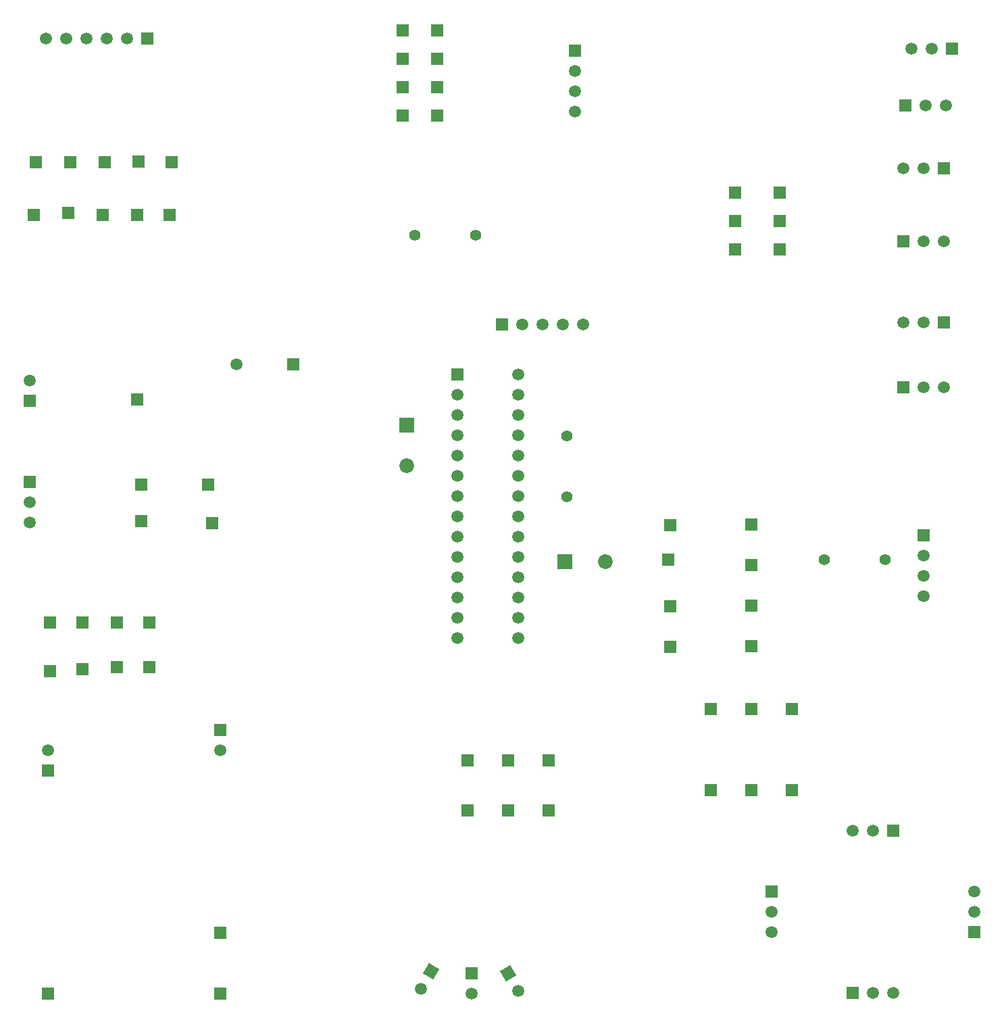
<source format=gbr>
G04 Layer_Color=255*
%FSLAX26Y26*%
%MOIN*%
%TF.FileFunction,Pads,Bot*%
%TF.Part,Single*%
G01*
G75*
%TA.AperFunction,ComponentPad*%
%ADD19C,0.059055*%
%ADD20R,0.059055X0.059055*%
%ADD21R,0.059055X0.059055*%
%ADD22C,0.072835*%
%ADD23R,0.072835X0.072835*%
%ADD24P,0.083516X4X285.0*%
%ADD25P,0.083516X4X345.0*%
%ADD26C,0.055118*%
%ADD27R,0.072835X0.072835*%
D19*
X3820000Y385000D02*
D03*
Y485000D02*
D03*
X4420000Y85000D02*
D03*
X4320000D02*
D03*
X4820000Y585000D02*
D03*
Y485000D02*
D03*
X4220000Y885000D02*
D03*
X4320000D02*
D03*
X1180236Y3185000D02*
D03*
X2590000Y3380000D02*
D03*
X2690000D02*
D03*
X2790000D02*
D03*
X2890000D02*
D03*
X160000Y3105000D02*
D03*
X240000Y4790000D02*
D03*
X340000D02*
D03*
X440000D02*
D03*
X540000D02*
D03*
X640000D02*
D03*
X160000Y2405000D02*
D03*
Y2505000D02*
D03*
X4570000Y2240000D02*
D03*
Y2140000D02*
D03*
Y2040000D02*
D03*
X2090000Y103398D02*
D03*
X2340000Y80000D02*
D03*
X2570000Y93398D02*
D03*
Y1835000D02*
D03*
Y1935000D02*
D03*
Y2035000D02*
D03*
Y2135000D02*
D03*
Y2235000D02*
D03*
Y2335000D02*
D03*
Y2435000D02*
D03*
Y2535000D02*
D03*
Y2635000D02*
D03*
Y2735000D02*
D03*
Y2835000D02*
D03*
Y2935000D02*
D03*
Y3035000D02*
D03*
Y3135000D02*
D03*
X2270000Y1835000D02*
D03*
Y1935000D02*
D03*
Y2035000D02*
D03*
Y2135000D02*
D03*
Y2235000D02*
D03*
Y2335000D02*
D03*
Y2435000D02*
D03*
Y2535000D02*
D03*
Y2635000D02*
D03*
Y2735000D02*
D03*
Y2835000D02*
D03*
Y2935000D02*
D03*
Y3035000D02*
D03*
X2850000Y4630000D02*
D03*
Y4530000D02*
D03*
Y4430000D02*
D03*
X4670000Y3070000D02*
D03*
X4570000D02*
D03*
X4470000Y3390000D02*
D03*
X4570000D02*
D03*
X4670000Y3790000D02*
D03*
X4570000D02*
D03*
X4470000Y4150000D02*
D03*
X4570000D02*
D03*
X4680000Y4460000D02*
D03*
X4580000D02*
D03*
X4510000Y4740000D02*
D03*
X4610000D02*
D03*
X250000Y1280000D02*
D03*
X1100000D02*
D03*
D20*
X3820000Y585000D02*
D03*
X4820000Y385000D02*
D03*
X3320000Y1990000D02*
D03*
Y1790000D02*
D03*
Y2390000D02*
D03*
X3310000Y2220000D02*
D03*
X160000Y3005000D02*
D03*
X3640000Y3890000D02*
D03*
X2520000Y985000D02*
D03*
X2720000D02*
D03*
X2320000D02*
D03*
X3520000Y1085000D02*
D03*
X2520000Y1230000D02*
D03*
X3720000Y1485000D02*
D03*
X710000Y2410000D02*
D03*
X3920000Y1485000D02*
D03*
X160000Y2605000D02*
D03*
X710000Y2590000D02*
D03*
X1060000Y2400000D02*
D03*
X1040000Y2590000D02*
D03*
X3520000Y1485000D02*
D03*
X2720000Y1230000D02*
D03*
X4570000Y2340000D02*
D03*
X2340000Y180000D02*
D03*
X860000Y4180000D02*
D03*
X695000Y4185000D02*
D03*
X530000Y4180000D02*
D03*
X590000Y1910000D02*
D03*
X750000D02*
D03*
X590000Y1690000D02*
D03*
X750000D02*
D03*
X350000Y3930000D02*
D03*
X690000Y3920000D02*
D03*
X850000D02*
D03*
X520000D02*
D03*
X180000D02*
D03*
X2000000Y4550000D02*
D03*
Y4410000D02*
D03*
Y4690000D02*
D03*
X260000Y1910000D02*
D03*
X420000D02*
D03*
Y1680000D02*
D03*
X260000Y1670000D02*
D03*
X2000000Y4830000D02*
D03*
X2170000Y4690000D02*
D03*
Y4410000D02*
D03*
Y4830000D02*
D03*
Y4550000D02*
D03*
X2850000Y4730000D02*
D03*
X3640000Y3750000D02*
D03*
X3860000Y3890000D02*
D03*
X3640000Y4030000D02*
D03*
X3860000D02*
D03*
Y3750000D02*
D03*
X2320000Y1230000D02*
D03*
X250000Y1180000D02*
D03*
X690000Y3010000D02*
D03*
X1100000Y1380000D02*
D03*
X250000Y80000D02*
D03*
X1100000Y380000D02*
D03*
Y80000D02*
D03*
D21*
X4220000Y85000D02*
D03*
X4420000Y885000D02*
D03*
X1459764Y3185000D02*
D03*
X2490000Y3380000D02*
D03*
X740000Y4790000D02*
D03*
X3720000Y1085000D02*
D03*
X3920000D02*
D03*
X3720000Y2195000D02*
D03*
Y1995000D02*
D03*
Y1795000D02*
D03*
Y2395000D02*
D03*
X360000Y4180000D02*
D03*
X190000D02*
D03*
X2270000Y3135000D02*
D03*
X4470000Y3070000D02*
D03*
X4670000Y3390000D02*
D03*
X4470000Y3790000D02*
D03*
X4670000Y4150000D02*
D03*
X4480000Y4460000D02*
D03*
X4710000Y4740000D02*
D03*
D22*
X2020000Y2685000D02*
D03*
X3000000Y2210000D02*
D03*
D23*
X2020000Y2885000D02*
D03*
D24*
X2140000Y190000D02*
D03*
D25*
X2520000Y180000D02*
D03*
D26*
X2810000Y2530000D02*
D03*
Y2830000D02*
D03*
X4380000Y2220000D02*
D03*
X4080000D02*
D03*
X2360000Y3820000D02*
D03*
X2060000D02*
D03*
D27*
X2800000Y2210000D02*
D03*
%TF.MD5,017D6A356988A3C41976DD05A98203F3*%
M02*

</source>
